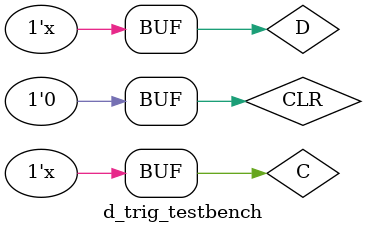
<source format=v>

module d_trig_testbench ( );

    parameter INIT_VAL  = 0;
    parameter CLEAR_VAL = 1;

    reg D, C, CLR;
    wire Q, notQ;

    d_trig #(
        .INIT_VAL(INIT_VAL),
        .CLEAR_VAL(CLEAR_VAL)
    )
    d_trig_i (
        .D(D),
        .C(C),
        .CLR(CLR),
        .Q(Q),
        .notQ(notQ)
    );

    // Clock generation
    always
        #5 C = !C;

    // Data generation
    always
        #30 D = !D;

    // Simulation
    initial begin
        D = INIT_VAL;
        C = 0;
        CLR = ~CLEAR_VAL;

        // Clear
        #2 CLR = CLEAR_VAL;
        #2 CLR = ~CLEAR_VAL;

        #57 CLR = CLEAR_VAL;
        #2  CLR = ~CLEAR_VAL;

        #42 CLR = CLEAR_VAL;
        #2  CLR = ~CLEAR_VAL;
    end

endmodule
</source>
